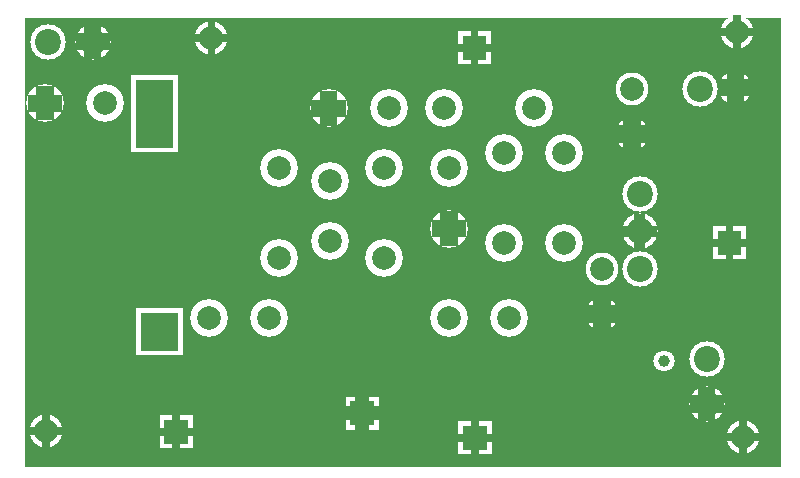
<source format=gbr>
%FSLAX34Y34*%
%MOMM*%
%LNCOPPER_TOP*%
G71*
G01*
%ADD10C,2.800*%
%ADD11C,3.200*%
%ADD12C,2.800*%
%ADD13C,3.000*%
%ADD14C,2.800*%
%ADD15C,2.800*%
%ADD16C,1.800*%
%ADD17C,1.467*%
%ADD18C,0.973*%
%ADD19C,0.667*%
%ADD20C,1.133*%
%ADD21C,2.000*%
%ADD22C,2.000*%
%ADD23C,2.200*%
%ADD24C,2.000*%
%ADD25C,2.000*%
%ADD26C,1.000*%
%LPD*%
G36*
X-254000Y263200D02*
X386000Y263200D01*
X386000Y-116800D01*
X-254000Y-116800D01*
X-254000Y263200D01*
G37*
%LPC*%
X260050Y164900D02*
G54D10*
D03*
X260050Y203000D02*
G54D10*
D03*
X49917Y135716D02*
G54D11*
D03*
X49867Y59466D02*
G54D11*
D03*
X49917Y135716D02*
G54D12*
D03*
X-47297Y8874D02*
G54D11*
D03*
X-98278Y8761D02*
G54D11*
D03*
X4308Y74122D02*
G54D11*
D03*
X4195Y125103D02*
G54D11*
D03*
X-38983Y135716D02*
G54D11*
D03*
X-39033Y59466D02*
G54D11*
D03*
X-38983Y135716D02*
G54D12*
D03*
X104733Y8607D02*
G54D11*
D03*
X155714Y8720D02*
G54D11*
D03*
X151517Y148416D02*
G54D11*
D03*
X151467Y72166D02*
G54D11*
D03*
X151517Y148416D02*
G54D12*
D03*
X105051Y84756D02*
G54D11*
D03*
X104939Y135736D02*
G54D11*
D03*
X176908Y186442D02*
G54D11*
D03*
X100658Y186492D02*
G54D11*
D03*
X176908Y186442D02*
G54D12*
D03*
X3133Y186407D02*
G54D11*
D03*
X54114Y186520D02*
G54D11*
D03*
X266400Y114100D02*
G54D13*
D03*
X266400Y82350D02*
G54D13*
D03*
X266400Y50600D02*
G54D13*
D03*
X234650Y50600D02*
G54D10*
D03*
X234650Y12500D02*
G54D10*
D03*
X202317Y148416D02*
G54D11*
D03*
X202267Y72166D02*
G54D11*
D03*
X202317Y148416D02*
G54D12*
D03*
X105051Y84756D02*
G54D12*
D03*
X3133Y186407D02*
G54D12*
D03*
X260050Y164900D02*
G54D12*
D03*
X234650Y12500D02*
G54D12*
D03*
G36*
X-160000Y17500D02*
X-120000Y17500D01*
X-120000Y-22500D01*
X-160000Y-22500D01*
X-160000Y17500D01*
G37*
G36*
X-124265Y214595D02*
X-124265Y174595D01*
X-164265Y174595D01*
X-164265Y214595D01*
X-124265Y214595D01*
G37*
G36*
X-124265Y189195D02*
X-124265Y149195D01*
X-164265Y149195D01*
X-164265Y189195D01*
X-124265Y189195D01*
G37*
X-237110Y190844D02*
G54D11*
D03*
X-186129Y190956D02*
G54D11*
D03*
X-237110Y190844D02*
G54D12*
D03*
X-196565Y243095D02*
G54D13*
D03*
X-234665Y243095D02*
G54D13*
D03*
X323300Y-25600D02*
G54D13*
D03*
X323300Y-63700D02*
G54D13*
D03*
X323300Y-63700D02*
G54D12*
D03*
X266400Y82350D02*
G54D12*
D03*
X317200Y203000D02*
G54D13*
D03*
X347621Y204135D02*
G54D14*
D03*
X348950Y251100D02*
G54D15*
D03*
X353950Y-91800D02*
G54D15*
D03*
G36*
X112700Y251800D02*
X140700Y251800D01*
X140700Y223800D01*
X112700Y223800D01*
X112700Y251800D01*
G37*
G36*
X-139800Y-73400D02*
X-111800Y-73400D01*
X-111800Y-101400D01*
X-139800Y-101400D01*
X-139800Y-73400D01*
G37*
G36*
X113100Y-78400D02*
X141100Y-78400D01*
X141100Y-106400D01*
X113100Y-106400D01*
X113100Y-78400D01*
G37*
G36*
X328600Y86700D02*
X356600Y86700D01*
X356600Y58700D01*
X328600Y58700D01*
X328600Y86700D01*
G37*
G36*
X17485Y-57514D02*
X45485Y-57514D01*
X45485Y-85514D01*
X17485Y-85514D01*
X17485Y-57514D01*
G37*
X287200Y-27000D02*
G54D16*
D03*
X-196565Y243095D02*
G54D12*
D03*
X-96050Y246100D02*
G54D15*
D03*
X-236050Y-86800D02*
G54D15*
D03*
%LPD*%
G54D17*
G36*
X97718Y84756D02*
X97718Y99256D01*
X112384Y99256D01*
X112384Y84756D01*
X97718Y84756D01*
G37*
G36*
X105051Y92089D02*
X119551Y92089D01*
X119551Y77422D01*
X105051Y77422D01*
X105051Y92089D01*
G37*
G36*
X112384Y84756D02*
X112384Y70256D01*
X97718Y70256D01*
X97718Y84756D01*
X112384Y84756D01*
G37*
G36*
X105051Y77422D02*
X90551Y77422D01*
X90551Y92089D01*
X105051Y92089D01*
X105051Y77422D01*
G37*
G54D17*
G36*
X-4200Y186407D02*
X-4200Y200907D01*
X10466Y200907D01*
X10466Y186407D01*
X-4200Y186407D01*
G37*
G36*
X3133Y193741D02*
X17633Y193741D01*
X17633Y179074D01*
X3133Y179074D01*
X3133Y193741D01*
G37*
G36*
X10466Y186407D02*
X10466Y171907D01*
X-4200Y171907D01*
X-4200Y186407D01*
X10466Y186407D01*
G37*
G36*
X3133Y179074D02*
X-11367Y179074D01*
X-11367Y193741D01*
X3133Y193741D01*
X3133Y179074D01*
G37*
G54D17*
G36*
X252717Y164900D02*
X252717Y179400D01*
X267383Y179400D01*
X267383Y164900D01*
X252717Y164900D01*
G37*
G36*
X260050Y172233D02*
X274550Y172233D01*
X274550Y157567D01*
X260050Y157567D01*
X260050Y172233D01*
G37*
G36*
X267383Y164900D02*
X267383Y150400D01*
X252717Y150400D01*
X252717Y164900D01*
X267383Y164900D01*
G37*
G36*
X260050Y157567D02*
X245550Y157567D01*
X245550Y172233D01*
X260050Y172233D01*
X260050Y157567D01*
G37*
G54D17*
G36*
X227317Y12500D02*
X227317Y27000D01*
X241983Y27000D01*
X241983Y12500D01*
X227317Y12500D01*
G37*
G36*
X234650Y19833D02*
X249150Y19833D01*
X249150Y5167D01*
X234650Y5167D01*
X234650Y19833D01*
G37*
G36*
X241983Y12500D02*
X241983Y-2000D01*
X227317Y-2000D01*
X227317Y12500D01*
X241983Y12500D01*
G37*
G36*
X234650Y5167D02*
X220150Y5167D01*
X220150Y19833D01*
X234650Y19833D01*
X234650Y5167D01*
G37*
G54D17*
G36*
X-237110Y198177D02*
X-222610Y198177D01*
X-222610Y183511D01*
X-237110Y183511D01*
X-237110Y198177D01*
G37*
G36*
X-229776Y190844D02*
X-229776Y176344D01*
X-244443Y176344D01*
X-244443Y190844D01*
X-229776Y190844D01*
G37*
G36*
X-237110Y183511D02*
X-251610Y183511D01*
X-251610Y198177D01*
X-237110Y198177D01*
X-237110Y183511D01*
G37*
G36*
X-244443Y190844D02*
X-244443Y205344D01*
X-229776Y205344D01*
X-229776Y190844D01*
X-244443Y190844D01*
G37*
G54D17*
G36*
X315967Y-63700D02*
X315967Y-49200D01*
X330633Y-49200D01*
X330633Y-63700D01*
X315967Y-63700D01*
G37*
G36*
X323300Y-56367D02*
X337800Y-56367D01*
X337800Y-71033D01*
X323300Y-71033D01*
X323300Y-56367D01*
G37*
G36*
X330633Y-63700D02*
X330633Y-78200D01*
X315967Y-78200D01*
X315967Y-63700D01*
X330633Y-63700D01*
G37*
G36*
X323300Y-71033D02*
X308800Y-71033D01*
X308800Y-56367D01*
X323300Y-56367D01*
X323300Y-71033D01*
G37*
G54D18*
G36*
X261533Y82350D02*
X261533Y96850D01*
X271267Y96850D01*
X271267Y82350D01*
X261533Y82350D01*
G37*
G36*
X266400Y87217D02*
X280900Y87217D01*
X280900Y77483D01*
X266400Y77483D01*
X266400Y87217D01*
G37*
G36*
X271267Y82350D02*
X271267Y67850D01*
X261533Y67850D01*
X261533Y82350D01*
X271267Y82350D01*
G37*
G36*
X266400Y77483D02*
X251900Y77483D01*
X251900Y87217D01*
X266400Y87217D01*
X266400Y77483D01*
G37*
G54D17*
G36*
X340288Y204135D02*
X340288Y218635D01*
X354954Y218635D01*
X354954Y204135D01*
X340288Y204135D01*
G37*
G36*
X347621Y211468D02*
X362121Y211468D01*
X362121Y196802D01*
X347621Y196802D01*
X347621Y211468D01*
G37*
G36*
X354954Y204135D02*
X354954Y189635D01*
X340288Y189635D01*
X340288Y204135D01*
X354954Y204135D01*
G37*
G36*
X347621Y196802D02*
X333121Y196802D01*
X333121Y211468D01*
X347621Y211468D01*
X347621Y196802D01*
G37*
G54D19*
G36*
X345617Y251100D02*
X345617Y265600D01*
X352283Y265600D01*
X352283Y251100D01*
X345617Y251100D01*
G37*
G36*
X348950Y254433D02*
X363450Y254433D01*
X363450Y247767D01*
X348950Y247767D01*
X348950Y254433D01*
G37*
G36*
X352283Y251100D02*
X352283Y236600D01*
X345617Y236600D01*
X345617Y251100D01*
X352283Y251100D01*
G37*
G36*
X348950Y247767D02*
X334450Y247767D01*
X334450Y254433D01*
X348950Y254433D01*
X348950Y247767D01*
G37*
G54D19*
G36*
X350617Y-91800D02*
X350617Y-77300D01*
X357283Y-77300D01*
X357283Y-91800D01*
X350617Y-91800D01*
G37*
G36*
X353950Y-88467D02*
X368450Y-88467D01*
X368450Y-95133D01*
X353950Y-95133D01*
X353950Y-88467D01*
G37*
G36*
X357283Y-91800D02*
X357283Y-106300D01*
X350617Y-106300D01*
X350617Y-91800D01*
X357283Y-91800D01*
G37*
G36*
X353950Y-95133D02*
X339450Y-95133D01*
X339450Y-88467D01*
X353950Y-88467D01*
X353950Y-95133D01*
G37*
G54D19*
G36*
X123367Y237800D02*
X123367Y252300D01*
X130033Y252300D01*
X130033Y237800D01*
X123367Y237800D01*
G37*
G36*
X126700Y241133D02*
X141200Y241133D01*
X141200Y234467D01*
X126700Y234467D01*
X126700Y241133D01*
G37*
G36*
X130033Y237800D02*
X130033Y223300D01*
X123367Y223300D01*
X123367Y237800D01*
X130033Y237800D01*
G37*
G36*
X126700Y234467D02*
X112200Y234467D01*
X112200Y241133D01*
X126700Y241133D01*
X126700Y234467D01*
G37*
G54D19*
G36*
X-129133Y-87400D02*
X-129133Y-72900D01*
X-122467Y-72900D01*
X-122467Y-87400D01*
X-129133Y-87400D01*
G37*
G36*
X-125800Y-84067D02*
X-111300Y-84067D01*
X-111300Y-90733D01*
X-125800Y-90733D01*
X-125800Y-84067D01*
G37*
G36*
X-122467Y-87400D02*
X-122467Y-101900D01*
X-129133Y-101900D01*
X-129133Y-87400D01*
X-122467Y-87400D01*
G37*
G36*
X-125800Y-90733D02*
X-140300Y-90733D01*
X-140300Y-84067D01*
X-125800Y-84067D01*
X-125800Y-90733D01*
G37*
G54D19*
G36*
X123767Y-92400D02*
X123767Y-77900D01*
X130433Y-77900D01*
X130433Y-92400D01*
X123767Y-92400D01*
G37*
G36*
X127100Y-89067D02*
X141600Y-89067D01*
X141600Y-95733D01*
X127100Y-95733D01*
X127100Y-89067D01*
G37*
G36*
X130433Y-92400D02*
X130433Y-106900D01*
X123767Y-106900D01*
X123767Y-92400D01*
X130433Y-92400D01*
G37*
G36*
X127100Y-95733D02*
X112600Y-95733D01*
X112600Y-89067D01*
X127100Y-89067D01*
X127100Y-95733D01*
G37*
G54D19*
G36*
X339267Y72700D02*
X339267Y87200D01*
X345933Y87200D01*
X345933Y72700D01*
X339267Y72700D01*
G37*
G36*
X342600Y76033D02*
X357100Y76033D01*
X357100Y69367D01*
X342600Y69367D01*
X342600Y76033D01*
G37*
G36*
X345933Y72700D02*
X345933Y58200D01*
X339267Y58200D01*
X339267Y72700D01*
X345933Y72700D01*
G37*
G36*
X342600Y69367D02*
X328100Y69367D01*
X328100Y76033D01*
X342600Y76033D01*
X342600Y69367D01*
G37*
G54D20*
G36*
X25818Y-71514D02*
X25818Y-57014D01*
X37152Y-57014D01*
X37152Y-71514D01*
X25818Y-71514D01*
G37*
G36*
X31485Y-65847D02*
X45985Y-65847D01*
X45985Y-77181D01*
X31485Y-77181D01*
X31485Y-65847D01*
G37*
G36*
X37152Y-71514D02*
X37152Y-86014D01*
X25818Y-86014D01*
X25818Y-71514D01*
X37152Y-71514D01*
G37*
G36*
X31485Y-77181D02*
X16985Y-77181D01*
X16985Y-65847D01*
X31485Y-65847D01*
X31485Y-77181D01*
G37*
G54D17*
G36*
X-196565Y250428D02*
X-182065Y250428D01*
X-182065Y235762D01*
X-196565Y235762D01*
X-196565Y250428D01*
G37*
G36*
X-189232Y243095D02*
X-189232Y228595D01*
X-203898Y228595D01*
X-203898Y243095D01*
X-189232Y243095D01*
G37*
G36*
X-196565Y235762D02*
X-211065Y235762D01*
X-211065Y250428D01*
X-196565Y250428D01*
X-196565Y235762D01*
G37*
G36*
X-203898Y243095D02*
X-203898Y257595D01*
X-189232Y257595D01*
X-189232Y243095D01*
X-203898Y243095D01*
G37*
G54D19*
G36*
X-99383Y246100D02*
X-99383Y260600D01*
X-92717Y260600D01*
X-92717Y246100D01*
X-99383Y246100D01*
G37*
G36*
X-96050Y249433D02*
X-81550Y249433D01*
X-81550Y242767D01*
X-96050Y242767D01*
X-96050Y249433D01*
G37*
G36*
X-92717Y246100D02*
X-92717Y231600D01*
X-99383Y231600D01*
X-99383Y246100D01*
X-92717Y246100D01*
G37*
G36*
X-96050Y242767D02*
X-110550Y242767D01*
X-110550Y249433D01*
X-96050Y249433D01*
X-96050Y242767D01*
G37*
G54D19*
G36*
X-239383Y-86800D02*
X-239383Y-72300D01*
X-232717Y-72300D01*
X-232717Y-86800D01*
X-239383Y-86800D01*
G37*
G36*
X-236050Y-83467D02*
X-221550Y-83467D01*
X-221550Y-90133D01*
X-236050Y-90133D01*
X-236050Y-83467D01*
G37*
G36*
X-232717Y-86800D02*
X-232717Y-101300D01*
X-239383Y-101300D01*
X-239383Y-86800D01*
X-232717Y-86800D01*
G37*
G36*
X-236050Y-90133D02*
X-250550Y-90133D01*
X-250550Y-83467D01*
X-236050Y-83467D01*
X-236050Y-90133D01*
G37*
X260050Y164900D02*
G54D21*
D03*
X260050Y203000D02*
G54D21*
D03*
X49917Y135716D02*
G54D21*
D03*
X49867Y59466D02*
G54D21*
D03*
X49917Y135716D02*
G54D22*
D03*
X-47297Y8874D02*
G54D21*
D03*
X-98278Y8761D02*
G54D21*
D03*
X4308Y74122D02*
G54D21*
D03*
X4195Y125103D02*
G54D21*
D03*
X-38983Y135716D02*
G54D21*
D03*
X-39033Y59466D02*
G54D21*
D03*
X-38983Y135716D02*
G54D22*
D03*
X104733Y8607D02*
G54D21*
D03*
X155714Y8720D02*
G54D21*
D03*
X151517Y148416D02*
G54D21*
D03*
X151467Y72166D02*
G54D21*
D03*
X151517Y148416D02*
G54D22*
D03*
X105051Y84756D02*
G54D21*
D03*
X104939Y135736D02*
G54D21*
D03*
X176908Y186442D02*
G54D21*
D03*
X100658Y186492D02*
G54D21*
D03*
X176908Y186442D02*
G54D22*
D03*
X3133Y186407D02*
G54D21*
D03*
X54114Y186520D02*
G54D21*
D03*
X266400Y114100D02*
G54D23*
D03*
X266400Y82350D02*
G54D23*
D03*
X266400Y50600D02*
G54D23*
D03*
X234650Y50600D02*
G54D21*
D03*
X234650Y12500D02*
G54D21*
D03*
X202317Y148416D02*
G54D21*
D03*
X202267Y72166D02*
G54D21*
D03*
X202317Y148416D02*
G54D22*
D03*
X105051Y84756D02*
G54D22*
D03*
X3133Y186407D02*
G54D22*
D03*
X260050Y164900D02*
G54D22*
D03*
X234650Y12500D02*
G54D22*
D03*
G36*
X-156000Y13500D02*
X-124000Y13500D01*
X-124000Y-18500D01*
X-156000Y-18500D01*
X-156000Y13500D01*
G37*
G36*
X-128265Y210595D02*
X-128265Y178595D01*
X-160265Y178595D01*
X-160265Y210595D01*
X-128265Y210595D01*
G37*
G36*
X-128265Y185195D02*
X-128265Y153195D01*
X-160265Y153195D01*
X-160265Y185195D01*
X-128265Y185195D01*
G37*
X-237110Y190844D02*
G54D21*
D03*
X-186129Y190956D02*
G54D21*
D03*
X-237110Y190844D02*
G54D22*
D03*
X-196565Y243095D02*
G54D23*
D03*
X-234665Y243095D02*
G54D23*
D03*
X323300Y-25600D02*
G54D23*
D03*
X323300Y-63700D02*
G54D23*
D03*
X323300Y-63700D02*
G54D22*
D03*
X266400Y82350D02*
G54D22*
D03*
X317200Y203000D02*
G54D23*
D03*
X347621Y204135D02*
G54D24*
D03*
X348950Y251100D02*
G54D25*
D03*
X353950Y-91800D02*
G54D25*
D03*
G36*
X116700Y247800D02*
X136700Y247800D01*
X136700Y227800D01*
X116700Y227800D01*
X116700Y247800D01*
G37*
G36*
X-135800Y-77400D02*
X-115800Y-77400D01*
X-115800Y-97400D01*
X-135800Y-97400D01*
X-135800Y-77400D01*
G37*
G36*
X117100Y-82400D02*
X137100Y-82400D01*
X137100Y-102400D01*
X117100Y-102400D01*
X117100Y-82400D01*
G37*
G36*
X332600Y82700D02*
X352600Y82700D01*
X352600Y62700D01*
X332600Y62700D01*
X332600Y82700D01*
G37*
G36*
X21485Y-61514D02*
X41485Y-61514D01*
X41485Y-81514D01*
X21485Y-81514D01*
X21485Y-61514D01*
G37*
X287200Y-27000D02*
G54D26*
D03*
X-196565Y243095D02*
G54D22*
D03*
X-96050Y246100D02*
G54D25*
D03*
X-236050Y-86800D02*
G54D25*
D03*
M02*

</source>
